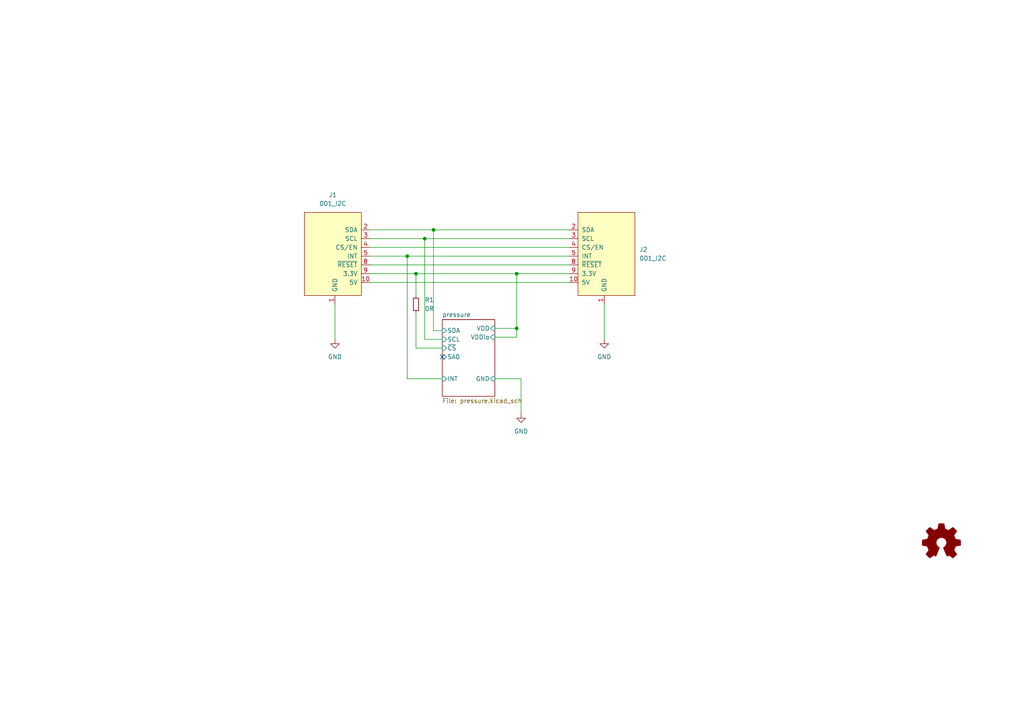
<source format=kicad_sch>
(kicad_sch (version 20211123) (generator eeschema)

  (uuid 57732dd3-1162-4c3f-88bd-31bf473d124d)

  (paper "A4")

  (lib_symbols
    (symbol "Device:R_Small" (pin_numbers hide) (pin_names (offset 0.254) hide) (in_bom yes) (on_board yes)
      (property "Reference" "R" (id 0) (at 0.762 0.508 0)
        (effects (font (size 1.27 1.27)) (justify left))
      )
      (property "Value" "R_Small" (id 1) (at 0.762 -1.016 0)
        (effects (font (size 1.27 1.27)) (justify left))
      )
      (property "Footprint" "" (id 2) (at 0 0 0)
        (effects (font (size 1.27 1.27)) hide)
      )
      (property "Datasheet" "~" (id 3) (at 0 0 0)
        (effects (font (size 1.27 1.27)) hide)
      )
      (property "ki_keywords" "R resistor" (id 4) (at 0 0 0)
        (effects (font (size 1.27 1.27)) hide)
      )
      (property "ki_description" "Resistor, small symbol" (id 5) (at 0 0 0)
        (effects (font (size 1.27 1.27)) hide)
      )
      (property "ki_fp_filters" "R_*" (id 6) (at 0 0 0)
        (effects (font (size 1.27 1.27)) hide)
      )
      (symbol "R_Small_0_1"
        (rectangle (start -0.762 1.778) (end 0.762 -1.778)
          (stroke (width 0.2032) (type default) (color 0 0 0 0))
          (fill (type none))
        )
      )
      (symbol "R_Small_1_1"
        (pin passive line (at 0 2.54 270) (length 0.762)
          (name "~" (effects (font (size 1.27 1.27))))
          (number "1" (effects (font (size 1.27 1.27))))
        )
        (pin passive line (at 0 -2.54 90) (length 0.762)
          (name "~" (effects (font (size 1.27 1.27))))
          (number "2" (effects (font (size 1.27 1.27))))
        )
      )
    )
    (symbol "Graphic:Logo_Open_Hardware_Small" (pin_names (offset 1.016)) (in_bom yes) (on_board yes)
      (property "Reference" "#LOGO" (id 0) (at 0 6.985 0)
        (effects (font (size 1.27 1.27)) hide)
      )
      (property "Value" "Logo_Open_Hardware_Small" (id 1) (at 0 -5.715 0)
        (effects (font (size 1.27 1.27)) hide)
      )
      (property "Footprint" "" (id 2) (at 0 0 0)
        (effects (font (size 1.27 1.27)) hide)
      )
      (property "Datasheet" "~" (id 3) (at 0 0 0)
        (effects (font (size 1.27 1.27)) hide)
      )
      (property "ki_keywords" "Logo" (id 4) (at 0 0 0)
        (effects (font (size 1.27 1.27)) hide)
      )
      (property "ki_description" "Open Hardware logo, small" (id 5) (at 0 0 0)
        (effects (font (size 1.27 1.27)) hide)
      )
      (symbol "Logo_Open_Hardware_Small_0_1"
        (polyline
          (pts
            (xy 3.3528 -4.3434)
            (xy 3.302 -4.318)
            (xy 3.175 -4.2418)
            (xy 2.9972 -4.1148)
            (xy 2.7686 -3.9624)
            (xy 2.54 -3.81)
            (xy 2.3622 -3.7084)
            (xy 2.2352 -3.6068)
            (xy 2.1844 -3.5814)
            (xy 2.159 -3.6068)
            (xy 2.0574 -3.6576)
            (xy 1.905 -3.7338)
            (xy 1.8034 -3.7846)
            (xy 1.6764 -3.8354)
            (xy 1.6002 -3.8354)
            (xy 1.6002 -3.8354)
            (xy 1.5494 -3.7338)
            (xy 1.4732 -3.5306)
            (xy 1.3462 -3.302)
            (xy 1.2446 -3.0226)
            (xy 1.1176 -2.7178)
            (xy 0.9652 -2.413)
            (xy 0.8636 -2.1082)
            (xy 0.7366 -1.8288)
            (xy 0.6604 -1.6256)
            (xy 0.6096 -1.4732)
            (xy 0.5842 -1.397)
            (xy 0.5842 -1.397)
            (xy 0.6604 -1.3208)
            (xy 0.7874 -1.2446)
            (xy 1.0414 -1.016)
            (xy 1.2954 -0.6858)
            (xy 1.4478 -0.3302)
            (xy 1.524 0.0762)
            (xy 1.4732 0.4572)
            (xy 1.3208 0.8128)
            (xy 1.0668 1.143)
            (xy 0.762 1.3716)
            (xy 0.4064 1.524)
            (xy 0 1.5748)
            (xy -0.381 1.5494)
            (xy -0.7366 1.397)
            (xy -1.0668 1.143)
            (xy -1.2192 0.9906)
            (xy -1.397 0.6604)
            (xy -1.524 0.3048)
            (xy -1.524 0.2286)
            (xy -1.4986 -0.1778)
            (xy -1.397 -0.5334)
            (xy -1.1938 -0.8636)
            (xy -0.9144 -1.143)
            (xy -0.8636 -1.1684)
            (xy -0.7366 -1.27)
            (xy -0.635 -1.3462)
            (xy -0.5842 -1.397)
            (xy -1.0668 -2.5908)
            (xy -1.143 -2.794)
            (xy -1.2954 -3.1242)
            (xy -1.397 -3.4036)
            (xy -1.4986 -3.6322)
            (xy -1.5748 -3.7846)
            (xy -1.6002 -3.8354)
            (xy -1.6002 -3.8354)
            (xy -1.651 -3.8354)
            (xy -1.7272 -3.81)
            (xy -1.905 -3.7338)
            (xy -2.0066 -3.683)
            (xy -2.1336 -3.6068)
            (xy -2.2098 -3.5814)
            (xy -2.2606 -3.6068)
            (xy -2.3622 -3.683)
            (xy -2.54 -3.81)
            (xy -2.7686 -3.9624)
            (xy -2.9718 -4.0894)
            (xy -3.1496 -4.2164)
            (xy -3.302 -4.318)
            (xy -3.3528 -4.3434)
            (xy -3.3782 -4.3434)
            (xy -3.429 -4.318)
            (xy -3.5306 -4.2164)
            (xy -3.7084 -4.064)
            (xy -3.937 -3.8354)
            (xy -3.9624 -3.81)
            (xy -4.1656 -3.6068)
            (xy -4.318 -3.4544)
            (xy -4.4196 -3.3274)
            (xy -4.445 -3.2766)
            (xy -4.445 -3.2766)
            (xy -4.4196 -3.2258)
            (xy -4.318 -3.0734)
            (xy -4.2164 -2.8956)
            (xy -4.064 -2.667)
            (xy -3.6576 -2.0828)
            (xy -3.8862 -1.5494)
            (xy -3.937 -1.3716)
            (xy -4.0386 -1.1684)
            (xy -4.0894 -1.0414)
            (xy -4.1148 -0.9652)
            (xy -4.191 -0.9398)
            (xy -4.318 -0.9144)
            (xy -4.5466 -0.8636)
            (xy -4.8006 -0.8128)
            (xy -5.0546 -0.7874)
            (xy -5.2578 -0.7366)
            (xy -5.4356 -0.7112)
            (xy -5.5118 -0.6858)
            (xy -5.5118 -0.6858)
            (xy -5.5372 -0.635)
            (xy -5.5372 -0.5588)
            (xy -5.5372 -0.4318)
            (xy -5.5626 -0.2286)
            (xy -5.5626 0.0762)
            (xy -5.5626 0.127)
            (xy -5.5372 0.4064)
            (xy -5.5372 0.635)
            (xy -5.5372 0.762)
            (xy -5.5372 0.8382)
            (xy -5.5372 0.8382)
            (xy -5.461 0.8382)
            (xy -5.3086 0.889)
            (xy -5.08 0.9144)
            (xy -4.826 0.9652)
            (xy -4.8006 0.9906)
            (xy -4.5466 1.0414)
            (xy -4.318 1.0668)
            (xy -4.1656 1.1176)
            (xy -4.0894 1.143)
            (xy -4.0894 1.143)
            (xy -4.0386 1.2446)
            (xy -3.9624 1.4224)
            (xy -3.8608 1.6256)
            (xy -3.7846 1.8288)
            (xy -3.7084 2.0066)
            (xy -3.6576 2.159)
            (xy -3.6322 2.2098)
            (xy -3.6322 2.2098)
            (xy -3.683 2.286)
            (xy -3.7592 2.413)
            (xy -3.8862 2.5908)
            (xy -4.064 2.8194)
            (xy -4.064 2.8448)
            (xy -4.2164 3.0734)
            (xy -4.3434 3.2512)
            (xy -4.4196 3.3782)
            (xy -4.445 3.4544)
            (xy -4.445 3.4544)
            (xy -4.3942 3.5052)
            (xy -4.2926 3.6322)
            (xy -4.1148 3.81)
            (xy -3.937 4.0132)
            (xy -3.8608 4.064)
            (xy -3.6576 4.2926)
            (xy -3.5052 4.4196)
            (xy -3.4036 4.4958)
            (xy -3.3528 4.5212)
            (xy -3.3528 4.5212)
            (xy -3.302 4.4704)
            (xy -3.1496 4.3688)
            (xy -2.9718 4.2418)
            (xy -2.7432 4.0894)
            (xy -2.7178 4.0894)
            (xy -2.4892 3.937)
            (xy -2.3114 3.81)
            (xy -2.1844 3.7084)
            (xy -2.1336 3.683)
            (xy -2.1082 3.683)
            (xy -2.032 3.7084)
            (xy -1.8542 3.7592)
            (xy -1.6764 3.8354)
            (xy -1.4732 3.937)
            (xy -1.27 4.0132)
            (xy -1.143 4.064)
            (xy -1.0668 4.1148)
            (xy -1.0668 4.1148)
            (xy -1.0414 4.191)
            (xy -1.016 4.3434)
            (xy -0.9652 4.572)
            (xy -0.9144 4.8514)
            (xy -0.889 4.9022)
            (xy -0.8382 5.1562)
            (xy -0.8128 5.3848)
            (xy -0.7874 5.5372)
            (xy -0.762 5.588)
            (xy -0.7112 5.6134)
            (xy -0.5842 5.6134)
            (xy -0.4064 5.6134)
            (xy -0.1524 5.6134)
            (xy 0.0762 5.6134)
            (xy 0.3302 5.6134)
            (xy 0.5334 5.6134)
            (xy 0.6858 5.588)
            (xy 0.7366 5.588)
            (xy 0.7366 5.588)
            (xy 0.762 5.5118)
            (xy 0.8128 5.334)
            (xy 0.8382 5.1054)
            (xy 0.9144 4.826)
            (xy 0.9144 4.7752)
            (xy 0.9652 4.5212)
            (xy 1.016 4.2926)
            (xy 1.0414 4.1402)
            (xy 1.0668 4.0894)
            (xy 1.0668 4.0894)
            (xy 1.1938 4.0386)
            (xy 1.3716 3.9624)
            (xy 1.5748 3.8608)
            (xy 2.0828 3.6576)
            (xy 2.7178 4.0894)
            (xy 2.7686 4.1402)
            (xy 2.9972 4.2926)
            (xy 3.175 4.4196)
            (xy 3.302 4.4958)
            (xy 3.3782 4.5212)
            (xy 3.3782 4.5212)
            (xy 3.429 4.4704)
            (xy 3.556 4.3434)
            (xy 3.7338 4.191)
            (xy 3.9116 3.9878)
            (xy 4.064 3.8354)
            (xy 4.2418 3.6576)
            (xy 4.3434 3.556)
            (xy 4.4196 3.4798)
            (xy 4.4196 3.429)
            (xy 4.4196 3.4036)
            (xy 4.3942 3.3274)
            (xy 4.2926 3.2004)
            (xy 4.1656 2.9972)
            (xy 4.0132 2.794)
            (xy 3.8862 2.5908)
            (xy 3.7592 2.3876)
            (xy 3.6576 2.2352)
            (xy 3.6322 2.159)
            (xy 3.6322 2.1336)
            (xy 3.683 2.0066)
            (xy 3.7592 1.8288)
            (xy 3.8608 1.6002)
            (xy 4.064 1.1176)
            (xy 4.3942 1.0414)
            (xy 4.5974 1.016)
            (xy 4.8768 0.9652)
            (xy 5.1308 0.9144)
            (xy 5.5372 0.8382)
            (xy 5.5626 -0.6604)
            (xy 5.4864 -0.6858)
            (xy 5.4356 -0.6858)
            (xy 5.2832 -0.7366)
            (xy 5.0546 -0.762)
            (xy 4.8006 -0.8128)
            (xy 4.5974 -0.8636)
            (xy 4.3688 -0.9144)
            (xy 4.2164 -0.9398)
            (xy 4.1402 -0.9398)
            (xy 4.1148 -0.9652)
            (xy 4.064 -1.0668)
            (xy 3.9878 -1.2446)
            (xy 3.9116 -1.4478)
            (xy 3.81 -1.651)
            (xy 3.7338 -1.8542)
            (xy 3.683 -2.0066)
            (xy 3.6576 -2.0828)
            (xy 3.683 -2.1336)
            (xy 3.7846 -2.2606)
            (xy 3.8862 -2.4638)
            (xy 4.0386 -2.667)
            (xy 4.191 -2.8956)
            (xy 4.318 -3.0734)
            (xy 4.3942 -3.2004)
            (xy 4.445 -3.2766)
            (xy 4.4196 -3.3274)
            (xy 4.3434 -3.429)
            (xy 4.1656 -3.5814)
            (xy 3.937 -3.8354)
            (xy 3.8862 -3.8608)
            (xy 3.683 -4.064)
            (xy 3.5306 -4.2164)
            (xy 3.4036 -4.318)
            (xy 3.3528 -4.3434)
          )
          (stroke (width 0) (type default) (color 0 0 0 0))
          (fill (type outline))
        )
      )
    )
    (symbol "power:GND" (power) (pin_names (offset 0)) (in_bom yes) (on_board yes)
      (property "Reference" "#PWR" (id 0) (at 0 -6.35 0)
        (effects (font (size 1.27 1.27)) hide)
      )
      (property "Value" "GND" (id 1) (at 0 -3.81 0)
        (effects (font (size 1.27 1.27)))
      )
      (property "Footprint" "" (id 2) (at 0 0 0)
        (effects (font (size 1.27 1.27)) hide)
      )
      (property "Datasheet" "" (id 3) (at 0 0 0)
        (effects (font (size 1.27 1.27)) hide)
      )
      (property "ki_keywords" "power-flag" (id 4) (at 0 0 0)
        (effects (font (size 1.27 1.27)) hide)
      )
      (property "ki_description" "Power symbol creates a global label with name \"GND\" , ground" (id 5) (at 0 0 0)
        (effects (font (size 1.27 1.27)) hide)
      )
      (symbol "GND_0_1"
        (polyline
          (pts
            (xy 0 0)
            (xy 0 -1.27)
            (xy 1.27 -1.27)
            (xy 0 -2.54)
            (xy -1.27 -1.27)
            (xy 0 -1.27)
          )
          (stroke (width 0) (type default) (color 0 0 0 0))
          (fill (type none))
        )
      )
      (symbol "GND_1_1"
        (pin power_in line (at 0 0 270) (length 0) hide
          (name "GND" (effects (font (size 1.27 1.27))))
          (number "1" (effects (font (size 1.27 1.27))))
        )
      )
    )
    (symbol "put_on_edge:001_I2C" (pin_names (offset 1.016)) (in_bom yes) (on_board yes)
      (property "Reference" "J" (id 0) (at -2.54 13.97 0)
        (effects (font (size 1.27 1.27)))
      )
      (property "Value" "001_I2C" (id 1) (at 8.89 13.97 0)
        (effects (font (size 1.27 1.27)))
      )
      (property "Footprint" "" (id 2) (at 7.62 16.51 0)
        (effects (font (size 1.27 1.27)) hide)
      )
      (property "Datasheet" "" (id 3) (at 7.62 16.51 0)
        (effects (font (size 1.27 1.27)) hide)
      )
      (symbol "001_I2C_0_1"
        (rectangle (start -8.89 12.7) (end 7.62 -11.43)
          (stroke (width 0) (type default) (color 0 0 0 0))
          (fill (type background))
        )
      )
      (symbol "001_I2C_1_1"
        (pin power_in line (at -1.27 -13.97 90) (length 2.54)
          (name "GND" (effects (font (size 1.27 1.27))))
          (number "1" (effects (font (size 1.27 1.27))))
        )
        (pin power_in line (at -11.43 -7.62 0) (length 2.54)
          (name "5V" (effects (font (size 1.27 1.27))))
          (number "10" (effects (font (size 1.27 1.27))))
        )
        (pin bidirectional line (at -11.43 7.62 0) (length 2.54)
          (name "SDA" (effects (font (size 1.27 1.27))))
          (number "2" (effects (font (size 1.27 1.27))))
        )
        (pin bidirectional line (at -11.43 5.08 0) (length 2.54)
          (name "SCL" (effects (font (size 1.27 1.27))))
          (number "3" (effects (font (size 1.27 1.27))))
        )
        (pin bidirectional line (at -11.43 2.54 0) (length 2.54)
          (name "CS/EN" (effects (font (size 1.27 1.27))))
          (number "4" (effects (font (size 1.27 1.27))))
        )
        (pin bidirectional line (at -11.43 0 0) (length 2.54)
          (name "INT" (effects (font (size 1.27 1.27))))
          (number "5" (effects (font (size 1.27 1.27))))
        )
        (pin bidirectional line (at -11.43 -2.54 0) (length 2.54)
          (name "~{RESET}" (effects (font (size 1.27 1.27))))
          (number "8" (effects (font (size 1.27 1.27))))
        )
        (pin power_in line (at -11.43 -5.08 0) (length 2.54)
          (name "3.3V" (effects (font (size 1.27 1.27))))
          (number "9" (effects (font (size 1.27 1.27))))
        )
      )
    )
  )

  (junction (at 149.86 95.25) (diameter 0) (color 0 0 0 0)
    (uuid 127d3b8d-d71b-4130-a1e2-247b1b533b35)
  )
  (junction (at 123.19 69.215) (diameter 0) (color 0 0 0 0)
    (uuid 4ffd2494-e0af-49e1-a9b6-f80ddcfe3975)
  )
  (junction (at 149.86 79.375) (diameter 0) (color 0 0 0 0)
    (uuid 580ab8a5-6ea2-41a9-9b72-be7e68a9ba3f)
  )
  (junction (at 125.73 66.675) (diameter 0) (color 0 0 0 0)
    (uuid cc598ec0-60cb-49ed-a86f-4837d9b25141)
  )
  (junction (at 120.65 79.375) (diameter 0) (color 0 0 0 0)
    (uuid ce0bc3b7-158e-4260-8204-1190c6daa4e8)
  )
  (junction (at 118.11 74.295) (diameter 0) (color 0 0 0 0)
    (uuid f018f5e5-f5f4-41d6-b8fa-f667806cf265)
  )

  (no_connect (at 128.27 103.505) (uuid e5bb0f4c-0178-4386-935e-dde100cc852a))

  (wire (pts (xy 120.65 79.375) (xy 149.86 79.375))
    (stroke (width 0) (type default) (color 0 0 0 0))
    (uuid 01d40fac-9341-4d26-a5e0-756225d1cd65)
  )
  (wire (pts (xy 149.86 95.25) (xy 149.86 79.375))
    (stroke (width 0) (type default) (color 0 0 0 0))
    (uuid 04334873-8270-45aa-a66e-ebbde1887fab)
  )
  (wire (pts (xy 128.27 100.965) (xy 120.65 100.965))
    (stroke (width 0) (type default) (color 0 0 0 0))
    (uuid 23113572-9007-4828-9155-f9f045b0e2dc)
  )
  (wire (pts (xy 125.73 95.885) (xy 125.73 66.675))
    (stroke (width 0) (type default) (color 0 0 0 0))
    (uuid 2bdb19ce-f7bd-47dd-be64-59a9cdb88fbe)
  )
  (wire (pts (xy 149.86 79.375) (xy 165.1 79.375))
    (stroke (width 0) (type default) (color 0 0 0 0))
    (uuid 2f04e1c8-6979-4e5d-8a6c-e057aad10a52)
  )
  (wire (pts (xy 143.51 95.25) (xy 149.86 95.25))
    (stroke (width 0) (type default) (color 0 0 0 0))
    (uuid 370d2e73-0b4a-44d9-8a18-48153b38f5a3)
  )
  (wire (pts (xy 107.315 74.295) (xy 118.11 74.295))
    (stroke (width 0) (type default) (color 0 0 0 0))
    (uuid 3cad284e-7cd6-4517-adad-9bffcd41415c)
  )
  (wire (pts (xy 151.13 109.855) (xy 151.13 120.015))
    (stroke (width 0) (type default) (color 0 0 0 0))
    (uuid 5a1fc14d-1d6f-444c-82b2-77ce3f0eeb3f)
  )
  (wire (pts (xy 149.86 97.79) (xy 149.86 95.25))
    (stroke (width 0) (type default) (color 0 0 0 0))
    (uuid 69e7d9ba-51fb-47ea-b64e-d5a415607241)
  )
  (wire (pts (xy 107.315 76.835) (xy 165.1 76.835))
    (stroke (width 0) (type default) (color 0 0 0 0))
    (uuid 772f3fb9-3de1-4e0e-ab34-5ac28ba70a94)
  )
  (wire (pts (xy 107.315 66.675) (xy 125.73 66.675))
    (stroke (width 0) (type default) (color 0 0 0 0))
    (uuid 795039f6-c567-4e07-9eae-d23e8967daf8)
  )
  (wire (pts (xy 125.73 66.675) (xy 165.1 66.675))
    (stroke (width 0) (type default) (color 0 0 0 0))
    (uuid 7ca704a4-df62-42f5-ba01-8522a145616a)
  )
  (wire (pts (xy 107.315 69.215) (xy 123.19 69.215))
    (stroke (width 0) (type default) (color 0 0 0 0))
    (uuid 7cfd2e7b-af87-4a70-8ddc-404f7daea791)
  )
  (wire (pts (xy 107.315 79.375) (xy 120.65 79.375))
    (stroke (width 0) (type default) (color 0 0 0 0))
    (uuid 8afd7a07-abfb-4410-85df-460fcac8f128)
  )
  (wire (pts (xy 128.27 95.885) (xy 125.73 95.885))
    (stroke (width 0) (type default) (color 0 0 0 0))
    (uuid 92f85e26-e101-4397-bdfb-dd72dde38a12)
  )
  (wire (pts (xy 118.11 74.295) (xy 165.1 74.295))
    (stroke (width 0) (type default) (color 0 0 0 0))
    (uuid 940ec276-fa63-4508-9455-eac5f6e6e4a0)
  )
  (wire (pts (xy 118.11 109.855) (xy 118.11 74.295))
    (stroke (width 0) (type default) (color 0 0 0 0))
    (uuid 992ccc3f-81be-4442-ad98-e735b18c2864)
  )
  (wire (pts (xy 128.27 98.425) (xy 123.19 98.425))
    (stroke (width 0) (type default) (color 0 0 0 0))
    (uuid 9de9285a-94da-4575-8d6c-70b295aa4c57)
  )
  (wire (pts (xy 175.26 88.265) (xy 175.26 98.425))
    (stroke (width 0) (type default) (color 0 0 0 0))
    (uuid a865fb04-61d1-47b3-acca-3ff41f9bc77c)
  )
  (wire (pts (xy 120.65 100.965) (xy 120.65 90.805))
    (stroke (width 0) (type default) (color 0 0 0 0))
    (uuid b16c705c-eefa-475c-ab93-a4f174700ef5)
  )
  (wire (pts (xy 143.51 109.855) (xy 151.13 109.855))
    (stroke (width 0) (type default) (color 0 0 0 0))
    (uuid b5f50e6e-6728-4454-96f5-44e0bc388ce5)
  )
  (wire (pts (xy 143.51 97.79) (xy 149.86 97.79))
    (stroke (width 0) (type default) (color 0 0 0 0))
    (uuid be62e70a-24c3-42fc-826a-a194f7db77ed)
  )
  (wire (pts (xy 128.27 109.855) (xy 118.11 109.855))
    (stroke (width 0) (type default) (color 0 0 0 0))
    (uuid c4fa2679-5919-4d6a-99ed-073a20533174)
  )
  (wire (pts (xy 123.19 69.215) (xy 165.1 69.215))
    (stroke (width 0) (type default) (color 0 0 0 0))
    (uuid c5b58040-fa32-43aa-ade7-b05d60f7f47c)
  )
  (wire (pts (xy 97.155 88.265) (xy 97.155 98.425))
    (stroke (width 0) (type default) (color 0 0 0 0))
    (uuid cc490cf8-1b3b-476c-9a70-d4d97b7d9ab0)
  )
  (wire (pts (xy 107.315 81.915) (xy 165.1 81.915))
    (stroke (width 0) (type default) (color 0 0 0 0))
    (uuid d4d24f26-05f0-45a4-84cc-b38096cb5e52)
  )
  (wire (pts (xy 107.315 71.755) (xy 165.1 71.755))
    (stroke (width 0) (type default) (color 0 0 0 0))
    (uuid da51f9e2-84dd-4d92-8d37-7489e45e4780)
  )
  (wire (pts (xy 120.65 79.375) (xy 120.65 85.725))
    (stroke (width 0) (type default) (color 0 0 0 0))
    (uuid f8e0e4af-9fed-40d7-9a11-adf34724d99d)
  )
  (wire (pts (xy 123.19 98.425) (xy 123.19 69.215))
    (stroke (width 0) (type default) (color 0 0 0 0))
    (uuid fb83def0-fdaa-439b-831a-a4620d628df8)
  )

  (symbol (lib_id "put_on_edge:001_I2C") (at 95.885 74.295 0) (mirror y) (unit 1)
    (in_bom yes) (on_board yes) (fields_autoplaced)
    (uuid 0ee13e6f-63b5-4570-8530-48b1c2e43e83)
    (property "Reference" "J1" (id 0) (at 96.52 56.515 0))
    (property "Value" "001_I2C" (id 1) (at 96.52 59.055 0))
    (property "Footprint" "on_edge:on_edge_2x05_device" (id 2) (at 88.265 57.785 0)
      (effects (font (size 1.27 1.27)) hide)
    )
    (property "Datasheet" "" (id 3) (at 88.265 57.785 0)
      (effects (font (size 1.27 1.27)) hide)
    )
    (pin "1" (uuid 4e53a7ef-fa64-4950-b8ab-890f9e45a6fb))
    (pin "10" (uuid a73c4417-7956-4064-ae9f-e14d43f53b46))
    (pin "2" (uuid cb1a11cd-a25f-4e63-9509-43d3eaaa91c6))
    (pin "3" (uuid 56cde042-9e1b-4945-bfb0-acdfdfb0fd73))
    (pin "4" (uuid 48b9b237-d790-4ac2-9680-e59f846e3e09))
    (pin "5" (uuid 3a20fefc-f329-4584-85d6-b0f229bed22e))
    (pin "8" (uuid b725d523-51fd-4222-b2db-c0e4f7d723c4))
    (pin "9" (uuid 1dd8fd36-71ea-401c-94bc-66e270ebaa3f))
  )

  (symbol (lib_id "Device:R_Small") (at 120.65 88.265 0) (unit 1)
    (in_bom yes) (on_board yes) (fields_autoplaced)
    (uuid 3e02d05d-f3b8-4d09-8dd0-d33718d24255)
    (property "Reference" "R1" (id 0) (at 123.19 86.9949 0)
      (effects (font (size 1.27 1.27)) (justify left))
    )
    (property "Value" "0R" (id 1) (at 123.19 89.5349 0)
      (effects (font (size 1.27 1.27)) (justify left))
    )
    (property "Footprint" "Resistor_SMD:R_0603_1608Metric" (id 2) (at 120.65 88.265 0)
      (effects (font (size 1.27 1.27)) hide)
    )
    (property "Datasheet" "~" (id 3) (at 120.65 88.265 0)
      (effects (font (size 1.27 1.27)) hide)
    )
    (pin "1" (uuid 0969a11b-5b8e-4122-ae3f-617d04379acb))
    (pin "2" (uuid df4948a9-3d0a-42ff-9813-2d13ae37468e))
  )

  (symbol (lib_id "power:GND") (at 175.26 98.425 0) (unit 1)
    (in_bom yes) (on_board yes) (fields_autoplaced)
    (uuid 677d06fe-98b9-4077-acc9-7074fefaca25)
    (property "Reference" "#PWR0103" (id 0) (at 175.26 104.775 0)
      (effects (font (size 1.27 1.27)) hide)
    )
    (property "Value" "GND" (id 1) (at 175.26 103.505 0))
    (property "Footprint" "" (id 2) (at 175.26 98.425 0)
      (effects (font (size 1.27 1.27)) hide)
    )
    (property "Datasheet" "" (id 3) (at 175.26 98.425 0)
      (effects (font (size 1.27 1.27)) hide)
    )
    (pin "1" (uuid a1b6510a-1a6a-4e53-9282-8925520c6d58))
  )

  (symbol (lib_id "put_on_edge:001_I2C") (at 176.53 74.295 0) (unit 1)
    (in_bom yes) (on_board yes) (fields_autoplaced)
    (uuid 6a4a38b7-e672-4a56-a346-1da9902e1e72)
    (property "Reference" "J2" (id 0) (at 185.42 72.3899 0)
      (effects (font (size 1.27 1.27)) (justify left))
    )
    (property "Value" "001_I2C" (id 1) (at 185.42 74.9299 0)
      (effects (font (size 1.27 1.27)) (justify left))
    )
    (property "Footprint" "on_edge:on_edge_2x05_host" (id 2) (at 184.15 57.785 0)
      (effects (font (size 1.27 1.27)) hide)
    )
    (property "Datasheet" "" (id 3) (at 184.15 57.785 0)
      (effects (font (size 1.27 1.27)) hide)
    )
    (pin "1" (uuid 2afcb93e-b808-476b-b06a-68d68852570b))
    (pin "10" (uuid d018b44e-a651-4bd1-a435-8cab2ee34b7c))
    (pin "2" (uuid cedc6f20-29c3-4546-b621-ba3e2da0e577))
    (pin "3" (uuid 895cf524-6fd7-40cf-8d76-74b76c98c8c3))
    (pin "4" (uuid 5bc3f1b3-b47e-48b5-b5b5-8204f791d13d))
    (pin "5" (uuid 65250df7-8066-44f5-af1b-97a01cf1608d))
    (pin "8" (uuid bf47f6c1-7887-45d1-9ff6-dbe40c46818e))
    (pin "9" (uuid 72399ee5-d849-41f4-bbcf-89c055d655af))
  )

  (symbol (lib_id "power:GND") (at 151.13 120.015 0) (unit 1)
    (in_bom yes) (on_board yes) (fields_autoplaced)
    (uuid 971afa99-5d33-4a72-a8e1-edd3c45138ed)
    (property "Reference" "#PWR0101" (id 0) (at 151.13 126.365 0)
      (effects (font (size 1.27 1.27)) hide)
    )
    (property "Value" "GND" (id 1) (at 151.13 125.095 0))
    (property "Footprint" "" (id 2) (at 151.13 120.015 0)
      (effects (font (size 1.27 1.27)) hide)
    )
    (property "Datasheet" "" (id 3) (at 151.13 120.015 0)
      (effects (font (size 1.27 1.27)) hide)
    )
    (pin "1" (uuid 0e12e353-ffd6-4e27-8957-653e209f57b0))
  )

  (symbol (lib_id "power:GND") (at 97.155 98.425 0) (unit 1)
    (in_bom yes) (on_board yes) (fields_autoplaced)
    (uuid a8b454dd-b739-43a4-bc16-0bdfd896493b)
    (property "Reference" "#PWR0102" (id 0) (at 97.155 104.775 0)
      (effects (font (size 1.27 1.27)) hide)
    )
    (property "Value" "GND" (id 1) (at 97.155 103.505 0))
    (property "Footprint" "" (id 2) (at 97.155 98.425 0)
      (effects (font (size 1.27 1.27)) hide)
    )
    (property "Datasheet" "" (id 3) (at 97.155 98.425 0)
      (effects (font (size 1.27 1.27)) hide)
    )
    (pin "1" (uuid 3a86172d-bf9c-4798-87ff-0cdf1f445119))
  )

  (symbol (lib_id "Graphic:Logo_Open_Hardware_Small") (at 273.05 157.48 0) (unit 1)
    (in_bom yes) (on_board yes) (fields_autoplaced)
    (uuid b72b6f4a-7489-40f2-bb90-d75ae01aa368)
    (property "Reference" "LOGO1" (id 0) (at 273.05 150.495 0)
      (effects (font (size 1.27 1.27)) hide)
    )
    (property "Value" "Logo_Open_Hardware_Small" (id 1) (at 273.05 163.195 0)
      (effects (font (size 1.27 1.27)) hide)
    )
    (property "Footprint" "Symbol:OSHW-Symbol_6.7x6mm_SilkScreen" (id 2) (at 273.05 157.48 0)
      (effects (font (size 1.27 1.27)) hide)
    )
    (property "Datasheet" "~" (id 3) (at 273.05 157.48 0)
      (effects (font (size 1.27 1.27)) hide)
    )
  )

  (sheet (at 128.27 92.71) (size 15.24 22.225) (fields_autoplaced)
    (stroke (width 0.1524) (type solid) (color 0 0 0 0))
    (fill (color 0 0 0 0.0000))
    (uuid 767ce4c6-0e55-4543-92f0-34cb8237a544)
    (property "Sheet name" "pressure" (id 0) (at 128.27 91.9984 0)
      (effects (font (size 1.27 1.27)) (justify left bottom))
    )
    (property "Sheet file" "pressure.kicad_sch" (id 1) (at 128.27 115.5196 0)
      (effects (font (size 1.27 1.27)) (justify left top))
    )
    (pin "GND" input (at 143.51 109.855 0)
      (effects (font (size 1.27 1.27)) (justify right))
      (uuid 466cf29f-04d2-4303-aa26-8ec28548d2f2)
    )
    (pin "VDD" input (at 143.51 95.25 0)
      (effects (font (size 1.27 1.27)) (justify right))
      (uuid c26c44f0-2dae-4b2a-911a-8c1ba91e5777)
    )
    (pin "VDDio" input (at 143.51 97.79 0)
      (effects (font (size 1.27 1.27)) (justify right))
      (uuid 1eeb7750-f4c2-4d91-aa3a-86910d8a322b)
    )
    (pin "INT" input (at 128.27 109.855 180)
      (effects (font (size 1.27 1.27)) (justify left))
      (uuid 00b3e069-f55f-4238-98b1-dc33bfeae273)
    )
    (pin "SCL" input (at 128.27 98.425 180)
      (effects (font (size 1.27 1.27)) (justify left))
      (uuid b0245bd3-a69f-4c6f-8dd1-f05cfcdec127)
    )
    (pin "SDA" input (at 128.27 95.885 180)
      (effects (font (size 1.27 1.27)) (justify left))
      (uuid 9005d68e-b952-4bc8-b8d9-6a306950d47a)
    )
    (pin "~{CS}" input (at 128.27 100.965 180)
      (effects (font (size 1.27 1.27)) (justify left))
      (uuid cc8a3a67-fc17-4423-836c-d64cd37dcdfd)
    )
    (pin "SA0" input (at 128.27 103.505 180)
      (effects (font (size 1.27 1.27)) (justify left))
      (uuid 37c0ec94-d6f8-4271-8972-51bf560d8440)
    )
  )

  (sheet_instances
    (path "/" (page "1"))
    (path "/767ce4c6-0e55-4543-92f0-34cb8237a544" (page "2"))
  )

  (symbol_instances
    (path "/971afa99-5d33-4a72-a8e1-edd3c45138ed"
      (reference "#PWR0101") (unit 1) (value "GND") (footprint "")
    )
    (path "/a8b454dd-b739-43a4-bc16-0bdfd896493b"
      (reference "#PWR0102") (unit 1) (value "GND") (footprint "")
    )
    (path "/677d06fe-98b9-4077-acc9-7074fefaca25"
      (reference "#PWR0103") (unit 1) (value "GND") (footprint "")
    )
    (path "/767ce4c6-0e55-4543-92f0-34cb8237a544/0796b40d-de79-4c5f-8470-1d8a78f5b459"
      (reference "C1") (unit 1) (value "100nF") (footprint "Capacitor_SMD:C_0603_1608Metric")
    )
    (path "/767ce4c6-0e55-4543-92f0-34cb8237a544/a6556778-5ea7-42da-b15d-2c847b75f328"
      (reference "C2") (unit 1) (value "100nF") (footprint "Capacitor_SMD:C_0603_1608Metric")
    )
    (path "/0ee13e6f-63b5-4570-8530-48b1c2e43e83"
      (reference "J1") (unit 1) (value "001_I2C") (footprint "on_edge:on_edge_2x05_device")
    )
    (path "/6a4a38b7-e672-4a56-a346-1da9902e1e72"
      (reference "J2") (unit 1) (value "001_I2C") (footprint "on_edge:on_edge_2x05_host")
    )
    (path "/b72b6f4a-7489-40f2-bb90-d75ae01aa368"
      (reference "LOGO1") (unit 1) (value "Logo_Open_Hardware_Small") (footprint "Symbol:OSHW-Symbol_6.7x6mm_SilkScreen")
    )
    (path "/3e02d05d-f3b8-4d09-8dd0-d33718d24255"
      (reference "R1") (unit 1) (value "0R") (footprint "Resistor_SMD:R_0603_1608Metric")
    )
    (path "/767ce4c6-0e55-4543-92f0-34cb8237a544/06981c94-72ea-43b4-a7ca-80959a1a7f83"
      (reference "U1") (unit 1) (value "LPS25HB") (footprint "Package_LGA:ST_HLGA-10_2.5x2.5mm_P0.6mm_LayoutBorder3x2y")
    )
  )
)

</source>
